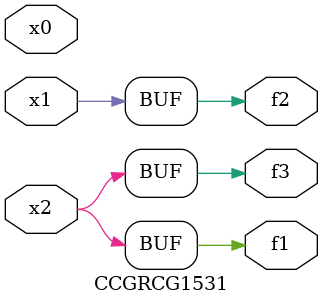
<source format=v>
module CCGRCG1531(
	input x0, x1, x2,
	output f1, f2, f3
);
	assign f1 = x2;
	assign f2 = x1;
	assign f3 = x2;
endmodule

</source>
